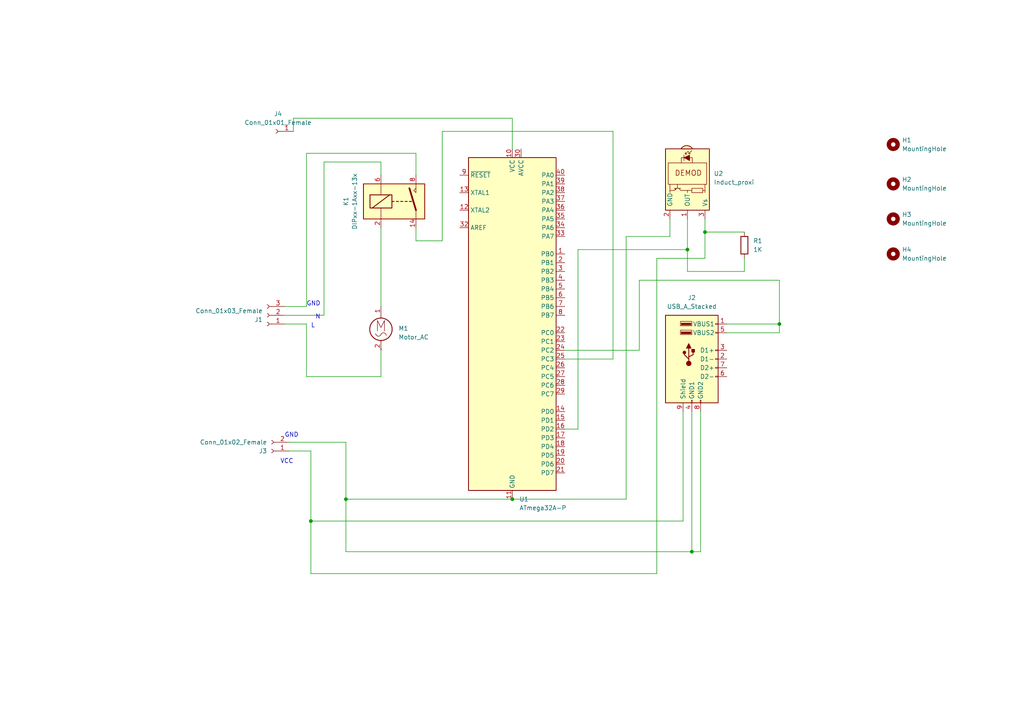
<source format=kicad_sch>
(kicad_sch (version 20211123) (generator eeschema)
  (paper "A4")
  (lib_symbols
    (symbol "Connector:Conn_01x01_Female" (pin_names (offset 1.016) hide)
      (property "Reference" "J" (at 0 2.54 0))
      (property "Value" "Conn_01x01_Female" (at 0 -2.54 0))
      (symbol "Conn_01x01_Female_1_1"
        (polyline (pts (xy -1.27 0) (xy -0.508 0)) (stroke (width 0.1524)))
        (arc (start 0 0.508) (mid -0.508 0) (end 0 -0.508) (stroke (width 0.1524)))
        (pin passive line (at -5.08 0 0) (length 3.81) (name "Pin_1") (number "1"))
      )
    )
    (symbol "Connector:Conn_01x02_Female" (pin_names (offset 1.016) hide)
      (property "Reference" "J" (at 0 2.54 0))
      (property "Value" "Conn_01x02_Female" (at 0 -5.08 0))
      (symbol "Conn_01x02_Female_1_1"
        (arc (start 0 -2.032) (mid -0.508 -2.54) (end 0 -3.048) (stroke (width 0.1524)))
        (polyline (pts (xy -1.27 -2.54) (xy -0.508 -2.54)) (stroke (width 0.1524)))
        (polyline (pts (xy -1.27 0) (xy -0.508 0)) (stroke (width 0.1524)))
        (arc (start 0 0.508) (mid -0.508 0) (end 0 -0.508) (stroke (width 0.1524)))
        (pin passive line (at -5.08 0 0) (length 3.81) (name "Pin_1") (number "1"))
        (pin passive line (at -5.08 -2.54 0) (length 3.81) (name "Pin_2") (number "2"))
      )
    )
    (symbol "Connector:Conn_01x03_Female" (pin_names (offset 1.016) hide)
      (property "Reference" "J" (at 0 5.08 0))
      (property "Value" "Conn_01x03_Female" (at 0 -5.08 0))
      (symbol "Conn_01x03_Female_1_1"
        (arc (start 0 -2.032) (mid -0.508 -2.54) (end 0 -3.048) (stroke (width 0.1524)))
        (polyline (pts (xy -1.27 -2.54) (xy -0.508 -2.54)) (stroke (width 0.1524)))
        (polyline (pts (xy -1.27 0) (xy -0.508 0)) (stroke (width 0.1524)))
        (polyline (pts (xy -1.27 2.54) (xy -0.508 2.54)) (stroke (width 0.1524)))
        (arc (start 0 0.508) (mid -0.508 0) (end 0 -0.508) (stroke (width 0.1524)))
        (arc (start 0 3.048) (mid -0.508 2.54) (end 0 2.032) (stroke (width 0.1524)))
        (pin passive line (at -5.08 2.54 0) (length 3.81) (name "Pin_1") (number "1"))
        (pin passive line (at -5.08 0 0) (length 3.81) (name "Pin_2") (number "2"))
        (pin passive line (at -5.08 -2.54 0) (length 3.81) (name "Pin_3") (number "3"))
      )
    )
    (symbol "Connector:USB_A_Stacked" (pin_names (offset 1.016))
      (property "Reference" "J" (at 0 15.875 0))
      (property "Value" "USB_A_Stacked" (at 0 13.97 0))
      (symbol "USB_A_Stacked_0_1"
        (rectangle (start -7.62 12.7) (end 7.62 -12.7) (stroke (width 0.254)) (fill (type background)))
        (circle (center -2.159 1.905) (radius 0.381) (stroke (width 0.254)) (fill (type outline)))
        (circle (center -0.889 -1.27) (radius 0.635) (stroke (width 0.254)) (fill (type outline)))
        (rectangle (start -0.254 7.366) (end -3.048 7.874) (fill (type outline)))
        (rectangle (start -0.254 9.906) (end -3.048 10.414) (fill (type outline)))
        (rectangle (start -0.127 -12.7) (end 0.127 -11.938))
        (polyline (pts (xy -1.524 3.175) (xy -0.254 3.175) (xy -0.889 4.445) (xy -1.524 3.175)) (stroke (width 0.254)) (fill (type outline)))
        (polyline (pts (xy -0.889 -0.635) (xy -0.889 0) (xy -2.159 1.27) (xy -2.159 1.905)) (stroke (width 0.254)))
        (polyline (pts (xy -0.889 0) (xy -0.889 0.635) (xy 0.381 1.27) (xy 0.381 2.54)) (stroke (width 0.254)))
        (rectangle (start 0 2.794) (end 0.762 2.032) (stroke (width 0.254)) (fill (type outline)))
        (rectangle (start 0 7.112) (end -3.302 8.382))
        (rectangle (start 0 9.652) (end -3.302 10.922))
        (rectangle (start 2.413 -12.7) (end 2.667 -11.938))
        (rectangle (start 7.62 -5.207) (end 6.858 -4.953))
        (rectangle (start 7.62 -2.667) (end 6.858 -2.413))
        (rectangle (start 7.62 -0.127) (end 6.858 0.127))
        (rectangle (start 7.62 2.413) (end 6.858 2.667))
        (rectangle (start 7.62 7.493) (end 6.858 7.747))
        (rectangle (start 7.62 10.033) (end 6.858 10.287))
      )
      (symbol "USB_A_Stacked_1_1"
        (polyline (pts (xy -0.889 0.635) (xy -0.889 3.175)) (stroke (width 0.254)))
        (pin power_in line (at 10.16 10.16 180) (length 2.54) (name "VBUS1") (number "1"))
        (pin bidirectional line (at 10.16 0 180) (length 2.54) (name "D1-") (number "2"))
        (pin bidirectional line (at 10.16 2.54 180) (length 2.54) (name "D1+") (number "3"))
        (pin power_in line (at 0 -15.24 90) (length 2.54) (name "GND1") (number "4"))
        (pin power_in line (at 10.16 7.62 180) (length 2.54) (name "VBUS2") (number "5"))
        (pin bidirectional line (at 10.16 -5.08 180) (length 2.54) (name "D2-") (number "6"))
        (pin bidirectional line (at 10.16 -2.54 180) (length 2.54) (name "D2+") (number "7"))
        (pin power_in line (at 2.54 -15.24 90) (length 2.54) (name "GND2") (number "8"))
        (pin passive line (at -2.54 -15.24 90) (length 2.54) (name "Shield") (number "9"))
      )
    )
    (symbol "Device:R" (pin_numbers hide) (pin_names (offset 0))
      (property "Reference" "R" (at 2.032 0 90))
      (property "Value" "R" (at 0 0 90))
      (symbol "R_0_1"
        (rectangle (start -1.016 -2.54) (end 1.016 2.54) (stroke (width 0.254)))
      )
      (symbol "R_1_1"
        (pin passive line (at 0 3.81 270) (length 1.27) (name "~") (number "1"))
        (pin passive line (at 0 -3.81 90) (length 1.27) (name "~") (number "2"))
      )
    )
    (symbol "MCU_Microchip_ATmega:ATmega32A-P"
      (property "Reference" "U" (at -12.7 49.53 0))
      (property "Value" "ATmega32A-P" (at 2.54 -49.53 0))
      (symbol "ATmega32A-P_0_1"
        (rectangle (start -12.7 -48.26) (end 12.7 48.26) (stroke (width 0.254)) (fill (type background)))
      )
      (symbol "ATmega32A-P_1_1"
        (pin bidirectional line (at 15.24 20.32 180) (length 2.54) (name "PB0") (number "1"))
        (pin power_in line (at 0 50.8 270) (length 2.54) (name "VCC") (number "10"))
        (pin power_in line (at 0 -50.8 90) (length 2.54) (name "GND") (number "11"))
        (pin output line (at -15.24 33.02 0) (length 2.54) (name "XTAL2") (number "12"))
        (pin input line (at -15.24 38.1 0) (length 2.54) (name "XTAL1") (number "13"))
        (pin bidirectional line (at 15.24 -25.4 180) (length 2.54) (name "PD0") (number "14"))
        (pin bidirectional line (at 15.24 -27.94 180) (length 2.54) (name "PD1") (number "15"))
        (pin bidirectional line (at 15.24 -30.48 180) (length 2.54) (name "PD2") (number "16"))
        (pin bidirectional line (at 15.24 -33.02 180) (length 2.54) (name "PD3") (number "17"))
        (pin bidirectional line (at 15.24 -35.56 180) (length 2.54) (name "PD4") (number "18"))
        (pin bidirectional line (at 15.24 -38.1 180) (length 2.54) (name "PD5") (number "19"))
        (pin bidirectional line (at 15.24 17.78 180) (length 2.54) (name "PB1") (number "2"))
        (pin bidirectional line (at 15.24 -40.64 180) (length 2.54) (name "PD6") (number "20"))
        (pin bidirectional line (at 15.24 -43.18 180) (length 2.54) (name "PD7") (number "21"))
        (pin bidirectional line (at 15.24 -2.54 180) (length 2.54) (name "PC0") (number "22"))
        (pin bidirectional line (at 15.24 -5.08 180) (length 2.54) (name "PC1") (number "23"))
        (pin bidirectional line (at 15.24 -7.62 180) (length 2.54) (name "PC2") (number "24"))
        (pin bidirectional line (at 15.24 -10.16 180) (length 2.54) (name "PC3") (number "25"))
        (pin bidirectional line (at 15.24 -12.7 180) (length 2.54) (name "PC4") (number "26"))
        (pin bidirectional line (at 15.24 -15.24 180) (length 2.54) (name "PC5") (number "27"))
        (pin bidirectional line (at 15.24 -17.78 180) (length 2.54) (name "PC6") (number "28"))
        (pin bidirectional line (at 15.24 -20.32 180) (length 2.54) (name "PC7") (number "29"))
        (pin bidirectional line (at 15.24 15.24 180) (length 2.54) (name "PB2") (number "3"))
        (pin power_in line (at 2.54 50.8 270) (length 2.54) (name "AVCC") (number "30"))
        (pin passive line (at 0 -50.8 90) (length 2.54) hide (name "GND") (number "31"))
        (pin passive line (at -15.24 27.94 0) (length 2.54) (name "AREF") (number "32"))
        (pin bidirectional line (at 15.24 25.4 180) (length 2.54) (name "PA7") (number "33"))
        (pin bidirectional line (at 15.24 27.94 180) (length 2.54) (name "PA6") (number "34"))
        (pin bidirectional line (at 15.24 30.48 180) (length 2.54) (name "PA5") (number "35"))
        (pin bidirectional line (at 15.24 33.02 180) (length 2.54) (name "PA4") (number "36"))
        (pin bidirectional line (at 15.24 35.56 180) (length 2.54) (name "PA3") (number "37"))
        (pin bidirectional line (at 15.24 38.1 180) (length 2.54) (name "PA2") (number "38"))
        (pin bidirectional line (at 15.24 40.64 180) (length 2.54) (name "PA1") (number "39"))
        (pin bidirectional line (at 15.24 12.7 180) (length 2.54) (name "PB3") (number "4"))
        (pin bidirectional line (at 15.24 43.18 180) (length 2.54) (name "PA0") (number "40"))
        (pin bidirectional line (at 15.24 10.16 180) (length 2.54) (name "PB4") (number "5"))
        (pin bidirectional line (at 15.24 7.62 180) (length 2.54) (name "PB5") (number "6"))
        (pin bidirectional line (at 15.24 5.08 180) (length 2.54) (name "PB6") (number "7"))
        (pin bidirectional line (at 15.24 2.54 180) (length 2.54) (name "PB7") (number "8"))
        (pin input line (at -15.24 43.18 0) (length 2.54) (name "~{RESET}") (number "9"))
      )
    )
    (symbol "Mechanical:MountingHole" (pin_names (offset 1.016))
      (property "Reference" "H" (at 0 5.08 0))
      (property "Value" "MountingHole" (at 0 3.175 0))
      (symbol "MountingHole_0_1"
        (circle (center 0 0) (radius 1.27) (stroke (width 1.27)))
      )
    )
    (symbol "Motor:Motor_AC" (pin_names (offset 0))
      (property "Reference" "M" (at 2.54 2.54 0))
      (property "Value" "Motor_AC" (at 2.54 -5.08 0))
      (symbol "Motor_AC_0_0"
        (arc (start -1.524 -2.794) (mid -0.8654 -3.5217) (end 0 -3.048))
        (polyline (pts (xy -1.016 -2.032) (xy -1.016 1.016) (xy 0 -1.016) (xy 1.016 1.016) (xy 1.016 -2.032)))
        (arc (start 1.524 -3.302) (mid 0.85 -2.5503) (end 0 -3.048))
      )
      (symbol "Motor_AC_0_1"
        (circle (center 0 -1.524) (radius 3.2512) (stroke (width 0.254)))
        (polyline (pts (xy 0 -7.62) (xy 0 -7.112)))
        (polyline (pts (xy 0 -4.7752) (xy 0 -5.1816)))
        (polyline (pts (xy 0 1.7272) (xy 0 2.0828)))
        (polyline (pts (xy 0 2.032) (xy 0 2.54)))
      )
      (symbol "Motor_AC_1_1"
        (pin passive line (at 0 5.08 270) (length 2.54) (name "~") (number "1"))
        (pin passive line (at 0 -7.62 90) (length 2.54) (name "~") (number "2"))
      )
    )
    (symbol "Relay:DIPxx-1Axx-13x"
      (property "Reference" "K" (at 8.89 3.81 0))
      (property "Value" "DIPxx-1Axx-13x" (at 8.89 1.27 0))
      (symbol "DIPxx-1Axx-13x_0_0"
        (polyline (pts (xy 5.08 5.08) (xy 5.08 2.54) (xy 4.445 3.175) (xy 5.08 3.81)))
      )
      (symbol "DIPxx-1Axx-13x_0_1"
        (rectangle (start -10.16 5.08) (end 7.62 -5.08) (stroke (width 0.254)) (fill (type background)))
        (rectangle (start -8.255 1.905) (end -1.905 -1.905) (stroke (width 0.254)))
        (polyline (pts (xy -7.62 -1.905) (xy -2.54 1.905)) (stroke (width 0.254)))
        (polyline (pts (xy -5.08 -5.08) (xy -5.08 -1.905)))
        (polyline (pts (xy -5.08 5.08) (xy -5.08 1.905)))
        (polyline (pts (xy -1.905 0) (xy -1.27 0)) (stroke (width 0.254)))
        (polyline (pts (xy -0.635 0) (xy 0 0)) (stroke (width 0.254)))
        (polyline (pts (xy 0.635 0) (xy 1.27 0)) (stroke (width 0.254)))
        (polyline (pts (xy 1.905 0) (xy 2.54 0)) (stroke (width 0.254)))
        (polyline (pts (xy 3.175 0) (xy 3.81 0)) (stroke (width 0.254)))
        (polyline (pts (xy 5.08 -2.54) (xy 3.175 3.81)) (stroke (width 0.508)))
        (polyline (pts (xy 5.08 -2.54) (xy 5.08 -5.08)))
      )
      (symbol "DIPxx-1Axx-13x_1_1"
        (pin passive line (at 5.08 -7.62 90) (length 2.54) (name "~") (number "14"))
        (pin passive line (at -5.08 -7.62 90) (length 2.54) (name "~") (number "2"))
        (pin passive line (at -5.08 7.62 270) (length 2.54) (name "~") (number "6"))
        (pin passive line (at 5.08 7.62 270) (length 2.54) (name "~") (number "8"))
      )
    )
    (symbol "Sensor_Proximity:TSSP58038SS1XB" (pin_names (offset 1.016))
      (property "Reference" "U" (at -10.16 7.62 0))
      (property "Value" "TSSP58038SS1XB" (at -10.16 -7.62 0))
      (symbol "TSSP58038SS1XB_0_0"
        (arc (start -10.287 1.397) (mid -11.0899 -0.1852) (end -10.287 -1.778) (stroke (width 0.254)) (fill (type background)))
        (polyline (pts (xy 1.905 -5.08) (xy 0.127 -5.08)))
        (polyline (pts (xy 1.905 5.08) (xy 0.127 5.08)))
        (text "DEMOD" (at -3.175 0.254 900) (effects (font (size 1.524 1.524))))
      )
      (symbol "TSSP58038SS1XB_0_1"
        (rectangle (start -6.096 5.588) (end 0.127 -5.588))
        (polyline (pts (xy -8.763 0.381) (xy -9.652 1.27)))
        (polyline (pts (xy -8.763 0.381) (xy -9.271 0.381)))
        (polyline (pts (xy -8.763 0.381) (xy -8.763 0.889)))
        (polyline (pts (xy -8.636 -0.635) (xy -9.525 0.254)))
        (polyline (pts (xy -8.636 -0.635) (xy -9.144 -0.635)))
        (polyline (pts (xy -8.636 -0.635) (xy -8.636 -0.127)))
        (polyline (pts (xy -8.382 -1.016) (xy -6.731 -1.016)))
        (polyline (pts (xy 1.27 -2.921) (xy 0.127 -2.921)))
        (polyline (pts (xy 1.27 -1.905) (xy 1.27 -3.81)))
        (polyline (pts (xy 1.397 -3.556) (xy 1.524 -3.556)))
        (polyline (pts (xy 1.651 -3.556) (xy 1.524 -3.556)))
        (polyline (pts (xy 1.651 -3.556) (xy 1.651 -3.302)))
        (polyline (pts (xy 1.905 0) (xy 1.905 1.27)))
        (polyline (pts (xy 1.905 4.445) (xy 1.905 5.08) (xy 2.54 5.08)))
        (polyline (pts (xy -8.382 0.635) (xy -6.731 0.635) (xy -7.62 -1.016) (xy -8.382 0.635)) (fill (type outline)))
        (polyline (pts (xy -6.096 1.397) (xy -7.62 1.397) (xy -7.62 -1.778) (xy -6.096 -1.778)))
        (polyline (pts (xy 1.27 -3.175) (xy 1.905 -3.81) (xy 1.905 -5.08) (xy 2.54 -5.08)))
        (polyline (pts (xy 1.27 -2.54) (xy 1.905 -1.905) (xy 1.905 0) (xy 2.54 0)))
        (rectangle (start 2.54 1.27) (end 1.27 4.445))
        (rectangle (start 7.62 6.35) (end -10.16 -6.35) (stroke (width 0.254)) (fill (type background)))
      )
      (symbol "TSSP58038SS1XB_1_1"
        (pin output line (at 10.16 0 180) (length 2.54) (name "OUT") (number "1"))
        (pin power_in line (at 10.16 -5.08 180) (length 2.54) (name "GND") (number "2"))
        (pin power_in line (at 10.16 5.08 180) (length 2.54) (name "Vs") (number "3"))
      )
    )
  )
  (junction (at 90.17 151.13))
  (junction (at 100.33 144.78))
  (junction (at 200.66 160.02))
  (junction (at 226.06 93.98))
  (junction (at 148.59 144.78))
  (junction (at 204.47 67.31))
  (junction (at 199.39 72.39))
  (wire (pts (xy 100.33 128.27) (xy 83.82 128.27)))
  (wire (pts (xy 100.33 144.78) (xy 100.33 128.27)))
  (wire (pts (xy 210.82 93.98) (xy 226.06 93.98)))
  (wire (pts (xy 93.98 91.44) (xy 93.98 46.99)))
  (wire (pts (xy 82.55 91.44) (xy 93.98 91.44)))
  (wire (pts (xy 181.61 144.78) (xy 148.59 144.78)))
  (wire (pts (xy 203.2 160.02) (xy 200.66 160.02)))
  (wire (pts (xy 204.47 74.93) (xy 204.47 67.31)))
  (wire (pts (xy 190.5 74.93) (xy 190.5 166.37)))
  (wire (pts (xy 110.49 66.04) (xy 110.49 88.9)))
  (wire (pts (xy 215.9 74.93) (xy 215.9 78.74)))
  (wire (pts (xy 198.12 151.13) (xy 90.17 151.13)))
  (wire (pts (xy 110.49 46.99) (xy 93.98 46.99)))
  (wire (pts (xy 190.5 74.93) (xy 204.47 74.93)))
  (wire (pts (xy 90.17 151.13) (xy 90.17 130.81)))
  (wire (pts (xy 204.47 67.31) (xy 215.9 67.31)))
  (wire (pts (xy 128.27 69.85) (xy 120.65 69.85)))
  (wire (pts (xy 85.09 34.29) (xy 85.09 38.1)))
  (wire (pts (xy 163.83 104.14) (xy 177.8 104.14)))
  (wire (pts (xy 200.66 160.02) (xy 100.33 160.02)))
  (wire (pts (xy 110.49 50.8) (xy 110.49 46.99)))
  (wire (pts (xy 110.49 101.6) (xy 110.49 109.22)))
  (wire (pts (xy 120.65 69.85) (xy 120.65 66.04)))
  (wire (pts (xy 90.17 166.37) (xy 90.17 151.13)))
  (wire (pts (xy 128.27 38.1) (xy 128.27 69.85)))
  (wire (pts (xy 200.66 119.38) (xy 200.66 160.02)))
  (wire (pts (xy 120.65 50.8) (xy 120.65 44.45)))
  (wire (pts (xy 181.61 68.58) (xy 181.61 144.78)))
  (wire (pts (xy 148.59 144.78) (xy 100.33 144.78)))
  (wire (pts (xy 226.06 81.28) (xy 226.06 93.98)))
  (wire (pts (xy 110.49 109.22) (xy 88.9 109.22)))
  (wire (pts (xy 185.42 101.6) (xy 185.42 81.28)))
  (wire (pts (xy 148.59 43.18) (xy 148.59 34.29)))
  (wire (pts (xy 204.47 63.5) (xy 204.47 67.31)))
  (wire (pts (xy 194.31 68.58) (xy 181.61 68.58)))
  (wire (pts (xy 199.39 78.74) (xy 199.39 72.39)))
  (wire (pts (xy 203.2 119.38) (xy 203.2 160.02)))
  (wire (pts (xy 120.65 44.45) (xy 88.9 44.45)))
  (wire (pts (xy 215.9 78.74) (xy 199.39 78.74)))
  (wire (pts (xy 177.8 38.1) (xy 128.27 38.1)))
  (wire (pts (xy 194.31 63.5) (xy 194.31 68.58)))
  (wire (pts (xy 88.9 93.98) (xy 88.9 109.22)))
  (wire (pts (xy 199.39 72.39) (xy 167.64 72.39)))
  (wire (pts (xy 185.42 81.28) (xy 226.06 81.28)))
  (wire (pts (xy 163.83 101.6) (xy 185.42 101.6)))
  (wire (pts (xy 88.9 93.98) (xy 82.55 93.98)))
  (wire (pts (xy 100.33 160.02) (xy 100.33 144.78)))
  (wire (pts (xy 198.12 119.38) (xy 198.12 151.13)))
  (wire (pts (xy 210.82 96.52) (xy 226.06 96.52)))
  (wire (pts (xy 88.9 88.9) (xy 82.55 88.9)))
  (wire (pts (xy 88.9 44.45) (xy 88.9 88.9)))
  (wire (pts (xy 90.17 130.81) (xy 83.82 130.81)))
  (wire (pts (xy 177.8 104.14) (xy 177.8 38.1)))
  (wire (pts (xy 199.39 63.5) (xy 199.39 72.39)))
  (wire (pts (xy 190.5 166.37) (xy 90.17 166.37)))
  (wire (pts (xy 167.64 72.39) (xy 167.64 124.46)))
  (wire (pts (xy 226.06 96.52) (xy 226.06 93.98)))
  (wire (pts (xy 167.64 124.46) (xy 163.83 124.46)))
  (wire (pts (xy 148.59 34.29) (xy 85.09 34.29)))
  (text "GND" (at 82.55 127 0) (effects (font (size 1.27 1.27)) (justify left bottom)))
  (text "L" (at 90.17 95.25 0) (effects (font (size 1.27 1.27)) (justify left bottom)))
  (text "GND" (at 88.9 88.9 0) (effects (font (size 1.27 1.27)) (justify left bottom)))
  (text "VCC" (at 81.28 134.62 0) (effects (font (size 1.27 1.27)) (justify left bottom)))
  (text "N" (at 91.44 92.71 0) (effects (font (size 1.27 1.27)) (justify left bottom)))
  (symbol (lib_id "Connector:Conn_01x02_Female") (at 78.74 130.81 180) (unit 1)
    (property "Reference" "J3" (at 77.47 130.8101 0) (effects (justify left)))
    (property "Value" "Conn_01x02_Female" (at 77.47 128.2701 0) (effects (justify left)))
    (property "Footprint" "Connector_PinSocket_2.54mm:PinSocket_1x02_P2.54mm_Vertical" (effects hide))
  )
  (symbol (lib_id "Mechanical:MountingHole") (at 259.08 73.66 0) (unit 1)
    (property "Reference" "H4" (at 261.62 72.3899 0) (effects (justify left)))
    (property "Value" "MountingHole" (at 261.62 74.9299 0) (effects (justify left)))
    (property "Footprint" "MountingHole:MountingHole_3.5mm_Pad" (effects hide))
  )
  (symbol (lib_id "Sensor_Proximity:TSSP58038SS1XB") (at 199.39 53.34 270) (unit 1)
    (property "Reference" "U2" (at 207.01 50.3349 90) (effects (justify left)))
    (property "Value" "Induct_proxi" (at 207.01 52.8749 90) (effects (justify left)))
    (property "Footprint" "OptoDevice:Vishay_MINICAST-3Pin" (effects hide))
    (property "Datasheet" "http://www.vishay.com/docs/82740/tssp58038ss1xb.pdf" (effects hide))
  )
  (symbol (lib_id "Connector:Conn_01x01_Female") (at 80.01 38.1 180) (unit 1)
    (property "Reference" "J4" (at 80.645 33.02 0))
    (property "Value" "Conn_01x01_Female" (at 80.645 35.56 0))
    (property "Footprint" "Connector_PinSocket_2.54mm:PinSocket_1x01_P2.54mm_Vertical" (effects hide))
  )
  (symbol (lib_id "Relay:DIPxx-1Axx-13x") (at 115.57 58.42 0) (unit 1)
    (property "Reference" "K1" (at 100.33 58.42 90))
    (property "Value" "DIPxx-1Axx-13x" (at 102.87 58.42 90))
    (property "Footprint" "Relay_THT:Relay_StandexMeder_DIP_LowProfile" (effects hide))
    (property "Datasheet" "https://standexelectronics.com/wp-content/uploads/datasheet_reed_relay_DIP.pdf" (effects hide))
  )
  (symbol (lib_id "Connector:USB_A_Stacked") (at 200.66 104.14 0) (unit 1)
    (property "Reference" "J2" (at 200.66 86.36 0))
    (property "Value" "USB_A_Stacked" (at 200.66 88.9 0))
    (property "Footprint" "Connector_USB:USB_A_Wuerth_61400826021_Horizontal_Stacked" (effects hide))
    (property "Datasheet" " ~" (effects hide))
  )
  (symbol (lib_id "Motor:Motor_AC") (at 110.49 93.98 0) (unit 1)
    (property "Reference" "M1" (at 115.57 95.2499 0) (effects (justify left)))
    (property "Value" "Motor_AC" (at 115.57 97.7899 0) (effects (justify left)))
    (property "Footprint" "Connector_PinSocket_2.54mm:PinSocket_1x02_P2.54mm_Vertical" (effects hide))
  )
  (symbol (lib_id "Connector:Conn_01x03_Female") (at 77.47 91.44 180) (unit 1)
    (property "Reference" "J1" (at 76.2 92.7101 0) (effects (justify left)))
    (property "Value" "Conn_01x03_Female" (at 76.2 90.1701 0) (effects (justify left)))
    (property "Footprint" "Connector_PinSocket_2.54mm:PinSocket_1x03_P2.54mm_Vertical" (effects hide))
  )
  (symbol (lib_id "Mechanical:MountingHole") (at 259.08 41.91 0) (unit 1)
    (property "Reference" "H1" (at 261.62 40.6399 0) (effects (justify left)))
    (property "Value" "MountingHole" (at 261.62 43.1799 0) (effects (justify left)))
    (property "Footprint" "MountingHole:MountingHole_3.5mm_Pad" (effects hide))
  )
  (symbol (lib_id "Device:R") (at 215.9 71.12 0) (unit 1)
    (property "Reference" "R1" (at 218.44 69.8499 0) (effects (justify left)))
    (property "Value" "1K" (at 218.44 72.3899 0) (effects (justify left)))
    (property "Footprint" "Resistor_THT:R_Axial_DIN0204_L3.6mm_D1.6mm_P5.08mm_Horizontal" (effects hide))
  )
  (symbol (lib_id "Mechanical:MountingHole") (at 259.08 53.34 0) (unit 1)
    (property "Reference" "H2" (at 261.62 52.0699 0) (effects (justify left)))
    (property "Value" "MountingHole" (at 261.62 54.6099 0) (effects (justify left)))
    (property "Footprint" "MountingHole:MountingHole_3.5mm_Pad" (effects hide))
  )
  (symbol (lib_id "MCU_Microchip_ATmega:ATmega32A-P") (at 148.59 93.98 0) (unit 1)
    (property "Reference" "U1" (at 150.6094 144.78 0) (effects (justify left)))
    (property "Value" "ATmega32A-P" (at 150.6094 147.32 0) (effects (justify left)))
    (property "Footprint" "Package_DIP:DIP-40_W15.24mm" (effects hide))
    (property "Datasheet" "http://ww1.microchip.com/downloads/en/DeviceDoc/atmel-8155-8-bit-microcontroller-avr-atmega32a_datasheet.pdf" (effects hide))
  )
  (symbol (lib_id "Mechanical:MountingHole") (at 259.08 63.5 0) (unit 1)
    (property "Reference" "H3" (at 261.62 62.2299 0) (effects (justify left)))
    (property "Value" "MountingHole" (at 261.62 64.7699 0) (effects (justify left)))
    (property "Footprint" "MountingHole:MountingHole_3.5mm_Pad" (effects hide))
  )
)
</source>
